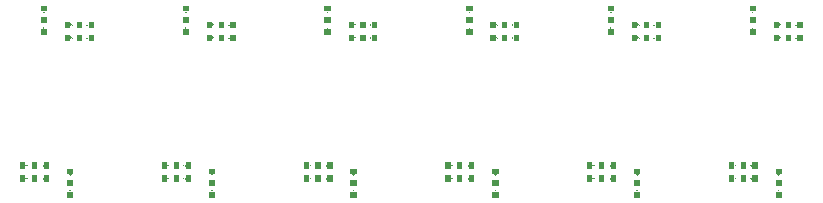
<source format=gbp>
G04 #@! TF.GenerationSoftware,KiCad,Pcbnew,5.0.2-bee76a0~70~ubuntu18.04.1*
G04 #@! TF.CreationDate,2020-03-12T15:24:38+01:00*
G04 #@! TF.ProjectId,output.A1335_long_I2C_panel,6f757470-7574-42e4-9131-3333355f6c6f,rev?*
G04 #@! TF.SameCoordinates,Original*
G04 #@! TF.FileFunction,Paste,Bot*
G04 #@! TF.FilePolarity,Positive*
%FSLAX46Y46*%
G04 Gerber Fmt 4.6, Leading zero omitted, Abs format (unit mm)*
G04 Created by KiCad (PCBNEW 5.0.2-bee76a0~70~ubuntu18.04.1) date Thu 12 Mar 2020 03:24:38 PM CET*
%MOMM*%
%LPD*%
G01*
G04 APERTURE LIST*
%ADD10C,0.447600*%
%ADD11C,0.100000*%
G04 APERTURE END LIST*
D10*
G04 #@! TO.C,SA0*
X164900000Y-86600000D03*
D11*
G36*
X165123800Y-86873800D02*
X164676200Y-86873800D01*
X164676200Y-86326200D01*
X165123800Y-86326200D01*
X165123800Y-86873800D01*
X165123800Y-86873800D01*
G37*
D10*
X163900000Y-86600000D03*
D11*
G36*
X164123800Y-86459297D02*
X164257039Y-86558785D01*
X164123800Y-86710712D01*
X164123800Y-86873800D01*
X163676200Y-86873800D01*
X163676200Y-86326200D01*
X164123800Y-86326200D01*
X164123800Y-86459297D01*
X164123800Y-86459297D01*
G37*
G36*
X164312237Y-86600000D02*
X164276200Y-86663064D01*
X164276200Y-86573092D01*
X164312237Y-86600000D01*
X164312237Y-86600000D01*
G37*
G36*
X164276200Y-86573092D02*
X164257039Y-86558785D01*
X164276200Y-86536936D01*
X164276200Y-86573092D01*
X164276200Y-86573092D01*
G37*
D10*
X165900000Y-86600000D03*
D11*
G36*
X166123800Y-86873800D02*
X165676200Y-86873800D01*
X165676200Y-86612777D01*
X165650526Y-86600000D01*
X165676200Y-86587223D01*
X165676200Y-86326200D01*
X166123800Y-86326200D01*
X166123800Y-86873800D01*
X166123800Y-86873800D01*
G37*
G36*
X165650526Y-86600000D02*
X165523800Y-86663064D01*
X165487763Y-86600000D01*
X165523800Y-86536936D01*
X165650526Y-86600000D01*
X165650526Y-86600000D01*
G37*
G04 #@! TD*
D10*
G04 #@! TO.C,SPI-I2C*
X137900000Y-85100000D03*
D11*
G36*
X138173800Y-84876200D02*
X138173800Y-85323800D01*
X137626200Y-85323800D01*
X137626200Y-84876200D01*
X138173800Y-84876200D01*
X138173800Y-84876200D01*
G37*
D10*
X137900000Y-86100000D03*
D11*
G36*
X137759297Y-85876200D02*
X137858785Y-85742961D01*
X138010712Y-85876200D01*
X138173800Y-85876200D01*
X138173800Y-86323800D01*
X137626200Y-86323800D01*
X137626200Y-85876200D01*
X137759297Y-85876200D01*
X137759297Y-85876200D01*
G37*
G36*
X137900000Y-85687763D02*
X137963064Y-85723800D01*
X137873092Y-85723800D01*
X137900000Y-85687763D01*
X137900000Y-85687763D01*
G37*
G36*
X137873092Y-85723800D02*
X137858785Y-85742961D01*
X137836936Y-85723800D01*
X137873092Y-85723800D01*
X137873092Y-85723800D01*
G37*
D10*
X137900000Y-84100000D03*
D11*
G36*
X138173800Y-83876200D02*
X138173800Y-84323800D01*
X137912777Y-84323800D01*
X137900000Y-84349474D01*
X137887223Y-84323800D01*
X137626200Y-84323800D01*
X137626200Y-83876200D01*
X138173800Y-83876200D01*
X138173800Y-83876200D01*
G37*
G36*
X137900000Y-84349474D02*
X137963064Y-84476200D01*
X137900000Y-84512237D01*
X137836936Y-84476200D01*
X137900000Y-84349474D01*
X137900000Y-84349474D01*
G37*
G04 #@! TD*
D10*
G04 #@! TO.C,SPI-I2C*
X149900000Y-85100000D03*
D11*
G36*
X150173800Y-84876200D02*
X150173800Y-85323800D01*
X149626200Y-85323800D01*
X149626200Y-84876200D01*
X150173800Y-84876200D01*
X150173800Y-84876200D01*
G37*
D10*
X149900000Y-86100000D03*
D11*
G36*
X149759297Y-85876200D02*
X149858785Y-85742961D01*
X150010712Y-85876200D01*
X150173800Y-85876200D01*
X150173800Y-86323800D01*
X149626200Y-86323800D01*
X149626200Y-85876200D01*
X149759297Y-85876200D01*
X149759297Y-85876200D01*
G37*
G36*
X149900000Y-85687763D02*
X149963064Y-85723800D01*
X149873092Y-85723800D01*
X149900000Y-85687763D01*
X149900000Y-85687763D01*
G37*
G36*
X149873092Y-85723800D02*
X149858785Y-85742961D01*
X149836936Y-85723800D01*
X149873092Y-85723800D01*
X149873092Y-85723800D01*
G37*
D10*
X149900000Y-84100000D03*
D11*
G36*
X150173800Y-83876200D02*
X150173800Y-84323800D01*
X149912777Y-84323800D01*
X149900000Y-84349474D01*
X149887223Y-84323800D01*
X149626200Y-84323800D01*
X149626200Y-83876200D01*
X150173800Y-83876200D01*
X150173800Y-83876200D01*
G37*
G36*
X149900000Y-84349474D02*
X149963064Y-84476200D01*
X149900000Y-84512237D01*
X149836936Y-84476200D01*
X149900000Y-84349474D01*
X149900000Y-84349474D01*
G37*
G04 #@! TD*
D10*
G04 #@! TO.C,SPI-I2C*
X161900000Y-85100000D03*
D11*
G36*
X162173800Y-84876200D02*
X162173800Y-85323800D01*
X161626200Y-85323800D01*
X161626200Y-84876200D01*
X162173800Y-84876200D01*
X162173800Y-84876200D01*
G37*
D10*
X161900000Y-86100000D03*
D11*
G36*
X161759297Y-85876200D02*
X161858785Y-85742961D01*
X162010712Y-85876200D01*
X162173800Y-85876200D01*
X162173800Y-86323800D01*
X161626200Y-86323800D01*
X161626200Y-85876200D01*
X161759297Y-85876200D01*
X161759297Y-85876200D01*
G37*
G36*
X161900000Y-85687763D02*
X161963064Y-85723800D01*
X161873092Y-85723800D01*
X161900000Y-85687763D01*
X161900000Y-85687763D01*
G37*
G36*
X161873092Y-85723800D02*
X161858785Y-85742961D01*
X161836936Y-85723800D01*
X161873092Y-85723800D01*
X161873092Y-85723800D01*
G37*
D10*
X161900000Y-84100000D03*
D11*
G36*
X162173800Y-83876200D02*
X162173800Y-84323800D01*
X161912777Y-84323800D01*
X161900000Y-84349474D01*
X161887223Y-84323800D01*
X161626200Y-84323800D01*
X161626200Y-83876200D01*
X162173800Y-83876200D01*
X162173800Y-83876200D01*
G37*
G36*
X161900000Y-84349474D02*
X161963064Y-84476200D01*
X161900000Y-84512237D01*
X161836936Y-84476200D01*
X161900000Y-84349474D01*
X161900000Y-84349474D01*
G37*
G04 #@! TD*
D10*
G04 #@! TO.C,SPI-I2C*
X113900000Y-85100000D03*
D11*
G36*
X114173800Y-84876200D02*
X114173800Y-85323800D01*
X113626200Y-85323800D01*
X113626200Y-84876200D01*
X114173800Y-84876200D01*
X114173800Y-84876200D01*
G37*
D10*
X113900000Y-86100000D03*
D11*
G36*
X113759297Y-85876200D02*
X113858785Y-85742961D01*
X114010712Y-85876200D01*
X114173800Y-85876200D01*
X114173800Y-86323800D01*
X113626200Y-86323800D01*
X113626200Y-85876200D01*
X113759297Y-85876200D01*
X113759297Y-85876200D01*
G37*
G36*
X113900000Y-85687763D02*
X113963064Y-85723800D01*
X113873092Y-85723800D01*
X113900000Y-85687763D01*
X113900000Y-85687763D01*
G37*
G36*
X113873092Y-85723800D02*
X113858785Y-85742961D01*
X113836936Y-85723800D01*
X113873092Y-85723800D01*
X113873092Y-85723800D01*
G37*
D10*
X113900000Y-84100000D03*
D11*
G36*
X114173800Y-83876200D02*
X114173800Y-84323800D01*
X113912777Y-84323800D01*
X113900000Y-84349474D01*
X113887223Y-84323800D01*
X113626200Y-84323800D01*
X113626200Y-83876200D01*
X114173800Y-83876200D01*
X114173800Y-83876200D01*
G37*
G36*
X113900000Y-84349474D02*
X113963064Y-84476200D01*
X113900000Y-84512237D01*
X113836936Y-84476200D01*
X113900000Y-84349474D01*
X113900000Y-84349474D01*
G37*
G04 #@! TD*
D10*
G04 #@! TO.C,SPI-I2C*
X125900000Y-85100000D03*
D11*
G36*
X126173800Y-84876200D02*
X126173800Y-85323800D01*
X125626200Y-85323800D01*
X125626200Y-84876200D01*
X126173800Y-84876200D01*
X126173800Y-84876200D01*
G37*
D10*
X125900000Y-86100000D03*
D11*
G36*
X125759297Y-85876200D02*
X125858785Y-85742961D01*
X126010712Y-85876200D01*
X126173800Y-85876200D01*
X126173800Y-86323800D01*
X125626200Y-86323800D01*
X125626200Y-85876200D01*
X125759297Y-85876200D01*
X125759297Y-85876200D01*
G37*
G36*
X125900000Y-85687763D02*
X125963064Y-85723800D01*
X125873092Y-85723800D01*
X125900000Y-85687763D01*
X125900000Y-85687763D01*
G37*
G36*
X125873092Y-85723800D02*
X125858785Y-85742961D01*
X125836936Y-85723800D01*
X125873092Y-85723800D01*
X125873092Y-85723800D01*
G37*
D10*
X125900000Y-84100000D03*
D11*
G36*
X126173800Y-83876200D02*
X126173800Y-84323800D01*
X125912777Y-84323800D01*
X125900000Y-84349474D01*
X125887223Y-84323800D01*
X125626200Y-84323800D01*
X125626200Y-83876200D01*
X126173800Y-83876200D01*
X126173800Y-83876200D01*
G37*
G36*
X125900000Y-84349474D02*
X125963064Y-84476200D01*
X125900000Y-84512237D01*
X125836936Y-84476200D01*
X125900000Y-84349474D01*
X125900000Y-84349474D01*
G37*
G04 #@! TD*
D10*
G04 #@! TO.C,SA1*
X128900000Y-85500000D03*
D11*
G36*
X129123800Y-85773800D02*
X128676200Y-85773800D01*
X128676200Y-85226200D01*
X129123800Y-85226200D01*
X129123800Y-85773800D01*
X129123800Y-85773800D01*
G37*
D10*
X127900000Y-85500000D03*
D11*
G36*
X128123800Y-85359297D02*
X128257039Y-85458785D01*
X128123800Y-85610712D01*
X128123800Y-85773800D01*
X127676200Y-85773800D01*
X127676200Y-85226200D01*
X128123800Y-85226200D01*
X128123800Y-85359297D01*
X128123800Y-85359297D01*
G37*
G36*
X128312237Y-85500000D02*
X128276200Y-85563064D01*
X128276200Y-85473092D01*
X128312237Y-85500000D01*
X128312237Y-85500000D01*
G37*
G36*
X128276200Y-85473092D02*
X128257039Y-85458785D01*
X128276200Y-85436936D01*
X128276200Y-85473092D01*
X128276200Y-85473092D01*
G37*
D10*
X129900000Y-85500000D03*
D11*
G36*
X130123800Y-85773800D02*
X129676200Y-85773800D01*
X129676200Y-85512777D01*
X129650526Y-85500000D01*
X129676200Y-85487223D01*
X129676200Y-85226200D01*
X130123800Y-85226200D01*
X130123800Y-85773800D01*
X130123800Y-85773800D01*
G37*
G36*
X129650526Y-85500000D02*
X129523800Y-85563064D01*
X129487763Y-85500000D01*
X129523800Y-85436936D01*
X129650526Y-85500000D01*
X129650526Y-85500000D01*
G37*
G04 #@! TD*
D10*
G04 #@! TO.C,SA1*
X140900000Y-85500000D03*
D11*
G36*
X141123800Y-85773800D02*
X140676200Y-85773800D01*
X140676200Y-85226200D01*
X141123800Y-85226200D01*
X141123800Y-85773800D01*
X141123800Y-85773800D01*
G37*
D10*
X139900000Y-85500000D03*
D11*
G36*
X140123800Y-85359297D02*
X140257039Y-85458785D01*
X140123800Y-85610712D01*
X140123800Y-85773800D01*
X139676200Y-85773800D01*
X139676200Y-85226200D01*
X140123800Y-85226200D01*
X140123800Y-85359297D01*
X140123800Y-85359297D01*
G37*
G36*
X140312237Y-85500000D02*
X140276200Y-85563064D01*
X140276200Y-85473092D01*
X140312237Y-85500000D01*
X140312237Y-85500000D01*
G37*
G36*
X140276200Y-85473092D02*
X140257039Y-85458785D01*
X140276200Y-85436936D01*
X140276200Y-85473092D01*
X140276200Y-85473092D01*
G37*
D10*
X141900000Y-85500000D03*
D11*
G36*
X142123800Y-85773800D02*
X141676200Y-85773800D01*
X141676200Y-85512777D01*
X141650526Y-85500000D01*
X141676200Y-85487223D01*
X141676200Y-85226200D01*
X142123800Y-85226200D01*
X142123800Y-85773800D01*
X142123800Y-85773800D01*
G37*
G36*
X141650526Y-85500000D02*
X141523800Y-85563064D01*
X141487763Y-85500000D01*
X141523800Y-85436936D01*
X141650526Y-85500000D01*
X141650526Y-85500000D01*
G37*
G04 #@! TD*
D10*
G04 #@! TO.C,SA1*
X164900000Y-85500000D03*
D11*
G36*
X165123800Y-85773800D02*
X164676200Y-85773800D01*
X164676200Y-85226200D01*
X165123800Y-85226200D01*
X165123800Y-85773800D01*
X165123800Y-85773800D01*
G37*
D10*
X163900000Y-85500000D03*
D11*
G36*
X164123800Y-85359297D02*
X164257039Y-85458785D01*
X164123800Y-85610712D01*
X164123800Y-85773800D01*
X163676200Y-85773800D01*
X163676200Y-85226200D01*
X164123800Y-85226200D01*
X164123800Y-85359297D01*
X164123800Y-85359297D01*
G37*
G36*
X164312237Y-85500000D02*
X164276200Y-85563064D01*
X164276200Y-85473092D01*
X164312237Y-85500000D01*
X164312237Y-85500000D01*
G37*
G36*
X164276200Y-85473092D02*
X164257039Y-85458785D01*
X164276200Y-85436936D01*
X164276200Y-85473092D01*
X164276200Y-85473092D01*
G37*
D10*
X165900000Y-85500000D03*
D11*
G36*
X166123800Y-85773800D02*
X165676200Y-85773800D01*
X165676200Y-85512777D01*
X165650526Y-85500000D01*
X165676200Y-85487223D01*
X165676200Y-85226200D01*
X166123800Y-85226200D01*
X166123800Y-85773800D01*
X166123800Y-85773800D01*
G37*
G36*
X165650526Y-85500000D02*
X165523800Y-85563064D01*
X165487763Y-85500000D01*
X165523800Y-85436936D01*
X165650526Y-85500000D01*
X165650526Y-85500000D01*
G37*
G04 #@! TD*
D10*
G04 #@! TO.C,SA1*
X152900000Y-85500000D03*
D11*
G36*
X153123800Y-85773800D02*
X152676200Y-85773800D01*
X152676200Y-85226200D01*
X153123800Y-85226200D01*
X153123800Y-85773800D01*
X153123800Y-85773800D01*
G37*
D10*
X151900000Y-85500000D03*
D11*
G36*
X152123800Y-85359297D02*
X152257039Y-85458785D01*
X152123800Y-85610712D01*
X152123800Y-85773800D01*
X151676200Y-85773800D01*
X151676200Y-85226200D01*
X152123800Y-85226200D01*
X152123800Y-85359297D01*
X152123800Y-85359297D01*
G37*
G36*
X152312237Y-85500000D02*
X152276200Y-85563064D01*
X152276200Y-85473092D01*
X152312237Y-85500000D01*
X152312237Y-85500000D01*
G37*
G36*
X152276200Y-85473092D02*
X152257039Y-85458785D01*
X152276200Y-85436936D01*
X152276200Y-85473092D01*
X152276200Y-85473092D01*
G37*
D10*
X153900000Y-85500000D03*
D11*
G36*
X154123800Y-85773800D02*
X153676200Y-85773800D01*
X153676200Y-85512777D01*
X153650526Y-85500000D01*
X153676200Y-85487223D01*
X153676200Y-85226200D01*
X154123800Y-85226200D01*
X154123800Y-85773800D01*
X154123800Y-85773800D01*
G37*
G36*
X153650526Y-85500000D02*
X153523800Y-85563064D01*
X153487763Y-85500000D01*
X153523800Y-85436936D01*
X153650526Y-85500000D01*
X153650526Y-85500000D01*
G37*
G04 #@! TD*
D10*
G04 #@! TO.C,SA0*
X140900000Y-86600000D03*
D11*
G36*
X141123800Y-86873800D02*
X140676200Y-86873800D01*
X140676200Y-86326200D01*
X141123800Y-86326200D01*
X141123800Y-86873800D01*
X141123800Y-86873800D01*
G37*
D10*
X139900000Y-86600000D03*
D11*
G36*
X140123800Y-86459297D02*
X140257039Y-86558785D01*
X140123800Y-86710712D01*
X140123800Y-86873800D01*
X139676200Y-86873800D01*
X139676200Y-86326200D01*
X140123800Y-86326200D01*
X140123800Y-86459297D01*
X140123800Y-86459297D01*
G37*
G36*
X140312237Y-86600000D02*
X140276200Y-86663064D01*
X140276200Y-86573092D01*
X140312237Y-86600000D01*
X140312237Y-86600000D01*
G37*
G36*
X140276200Y-86573092D02*
X140257039Y-86558785D01*
X140276200Y-86536936D01*
X140276200Y-86573092D01*
X140276200Y-86573092D01*
G37*
D10*
X141900000Y-86600000D03*
D11*
G36*
X142123800Y-86873800D02*
X141676200Y-86873800D01*
X141676200Y-86612777D01*
X141650526Y-86600000D01*
X141676200Y-86587223D01*
X141676200Y-86326200D01*
X142123800Y-86326200D01*
X142123800Y-86873800D01*
X142123800Y-86873800D01*
G37*
G36*
X141650526Y-86600000D02*
X141523800Y-86663064D01*
X141487763Y-86600000D01*
X141523800Y-86536936D01*
X141650526Y-86600000D01*
X141650526Y-86600000D01*
G37*
G04 #@! TD*
D10*
G04 #@! TO.C,SPI-I2C*
X173900000Y-84100000D03*
D11*
G36*
X174173800Y-83876200D02*
X174173800Y-84323800D01*
X173912777Y-84323800D01*
X173900000Y-84349474D01*
X173887223Y-84323800D01*
X173626200Y-84323800D01*
X173626200Y-83876200D01*
X174173800Y-83876200D01*
X174173800Y-83876200D01*
G37*
G36*
X173900000Y-84349474D02*
X173963064Y-84476200D01*
X173900000Y-84512237D01*
X173836936Y-84476200D01*
X173900000Y-84349474D01*
X173900000Y-84349474D01*
G37*
D10*
X173900000Y-86100000D03*
D11*
G36*
X173759297Y-85876200D02*
X173858785Y-85742961D01*
X174010712Y-85876200D01*
X174173800Y-85876200D01*
X174173800Y-86323800D01*
X173626200Y-86323800D01*
X173626200Y-85876200D01*
X173759297Y-85876200D01*
X173759297Y-85876200D01*
G37*
G36*
X173900000Y-85687763D02*
X173963064Y-85723800D01*
X173873092Y-85723800D01*
X173900000Y-85687763D01*
X173900000Y-85687763D01*
G37*
G36*
X173873092Y-85723800D02*
X173858785Y-85742961D01*
X173836936Y-85723800D01*
X173873092Y-85723800D01*
X173873092Y-85723800D01*
G37*
D10*
X173900000Y-85100000D03*
D11*
G36*
X174173800Y-84876200D02*
X174173800Y-85323800D01*
X173626200Y-85323800D01*
X173626200Y-84876200D01*
X174173800Y-84876200D01*
X174173800Y-84876200D01*
G37*
G04 #@! TD*
D10*
G04 #@! TO.C,SA0*
X152900000Y-86600000D03*
D11*
G36*
X153123800Y-86873800D02*
X152676200Y-86873800D01*
X152676200Y-86326200D01*
X153123800Y-86326200D01*
X153123800Y-86873800D01*
X153123800Y-86873800D01*
G37*
D10*
X151900000Y-86600000D03*
D11*
G36*
X152123800Y-86459297D02*
X152257039Y-86558785D01*
X152123800Y-86710712D01*
X152123800Y-86873800D01*
X151676200Y-86873800D01*
X151676200Y-86326200D01*
X152123800Y-86326200D01*
X152123800Y-86459297D01*
X152123800Y-86459297D01*
G37*
G36*
X152312237Y-86600000D02*
X152276200Y-86663064D01*
X152276200Y-86573092D01*
X152312237Y-86600000D01*
X152312237Y-86600000D01*
G37*
G36*
X152276200Y-86573092D02*
X152257039Y-86558785D01*
X152276200Y-86536936D01*
X152276200Y-86573092D01*
X152276200Y-86573092D01*
G37*
D10*
X153900000Y-86600000D03*
D11*
G36*
X154123800Y-86873800D02*
X153676200Y-86873800D01*
X153676200Y-86612777D01*
X153650526Y-86600000D01*
X153676200Y-86587223D01*
X153676200Y-86326200D01*
X154123800Y-86326200D01*
X154123800Y-86873800D01*
X154123800Y-86873800D01*
G37*
G36*
X153650526Y-86600000D02*
X153523800Y-86663064D01*
X153487763Y-86600000D01*
X153523800Y-86536936D01*
X153650526Y-86600000D01*
X153650526Y-86600000D01*
G37*
G04 #@! TD*
D10*
G04 #@! TO.C,SA1*
X116900000Y-85500000D03*
D11*
G36*
X117123800Y-85773800D02*
X116676200Y-85773800D01*
X116676200Y-85226200D01*
X117123800Y-85226200D01*
X117123800Y-85773800D01*
X117123800Y-85773800D01*
G37*
D10*
X115900000Y-85500000D03*
D11*
G36*
X116123800Y-85359297D02*
X116257039Y-85458785D01*
X116123800Y-85610712D01*
X116123800Y-85773800D01*
X115676200Y-85773800D01*
X115676200Y-85226200D01*
X116123800Y-85226200D01*
X116123800Y-85359297D01*
X116123800Y-85359297D01*
G37*
G36*
X116312237Y-85500000D02*
X116276200Y-85563064D01*
X116276200Y-85473092D01*
X116312237Y-85500000D01*
X116312237Y-85500000D01*
G37*
G36*
X116276200Y-85473092D02*
X116257039Y-85458785D01*
X116276200Y-85436936D01*
X116276200Y-85473092D01*
X116276200Y-85473092D01*
G37*
D10*
X117900000Y-85500000D03*
D11*
G36*
X118123800Y-85773800D02*
X117676200Y-85773800D01*
X117676200Y-85512777D01*
X117650526Y-85500000D01*
X117676200Y-85487223D01*
X117676200Y-85226200D01*
X118123800Y-85226200D01*
X118123800Y-85773800D01*
X118123800Y-85773800D01*
G37*
G36*
X117650526Y-85500000D02*
X117523800Y-85563064D01*
X117487763Y-85500000D01*
X117523800Y-85436936D01*
X117650526Y-85500000D01*
X117650526Y-85500000D01*
G37*
G04 #@! TD*
D10*
G04 #@! TO.C,SA0*
X177900000Y-86600000D03*
D11*
G36*
X178123800Y-86873800D02*
X177676200Y-86873800D01*
X177676200Y-86612777D01*
X177650526Y-86600000D01*
X177676200Y-86587223D01*
X177676200Y-86326200D01*
X178123800Y-86326200D01*
X178123800Y-86873800D01*
X178123800Y-86873800D01*
G37*
G36*
X177650526Y-86600000D02*
X177523800Y-86663064D01*
X177487763Y-86600000D01*
X177523800Y-86536936D01*
X177650526Y-86600000D01*
X177650526Y-86600000D01*
G37*
D10*
X175900000Y-86600000D03*
D11*
G36*
X176123800Y-86459297D02*
X176257039Y-86558785D01*
X176123800Y-86710712D01*
X176123800Y-86873800D01*
X175676200Y-86873800D01*
X175676200Y-86326200D01*
X176123800Y-86326200D01*
X176123800Y-86459297D01*
X176123800Y-86459297D01*
G37*
G36*
X176312237Y-86600000D02*
X176276200Y-86663064D01*
X176276200Y-86573092D01*
X176312237Y-86600000D01*
X176312237Y-86600000D01*
G37*
G36*
X176276200Y-86573092D02*
X176257039Y-86558785D01*
X176276200Y-86536936D01*
X176276200Y-86573092D01*
X176276200Y-86573092D01*
G37*
D10*
X176900000Y-86600000D03*
D11*
G36*
X177123800Y-86873800D02*
X176676200Y-86873800D01*
X176676200Y-86326200D01*
X177123800Y-86326200D01*
X177123800Y-86873800D01*
X177123800Y-86873800D01*
G37*
G04 #@! TD*
D10*
G04 #@! TO.C,SA1*
X177900000Y-85500000D03*
D11*
G36*
X178123800Y-85773800D02*
X177676200Y-85773800D01*
X177676200Y-85512777D01*
X177650526Y-85500000D01*
X177676200Y-85487223D01*
X177676200Y-85226200D01*
X178123800Y-85226200D01*
X178123800Y-85773800D01*
X178123800Y-85773800D01*
G37*
G36*
X177650526Y-85500000D02*
X177523800Y-85563064D01*
X177487763Y-85500000D01*
X177523800Y-85436936D01*
X177650526Y-85500000D01*
X177650526Y-85500000D01*
G37*
D10*
X175900000Y-85500000D03*
D11*
G36*
X176123800Y-85359297D02*
X176257039Y-85458785D01*
X176123800Y-85610712D01*
X176123800Y-85773800D01*
X175676200Y-85773800D01*
X175676200Y-85226200D01*
X176123800Y-85226200D01*
X176123800Y-85359297D01*
X176123800Y-85359297D01*
G37*
G36*
X176312237Y-85500000D02*
X176276200Y-85563064D01*
X176276200Y-85473092D01*
X176312237Y-85500000D01*
X176312237Y-85500000D01*
G37*
G36*
X176276200Y-85473092D02*
X176257039Y-85458785D01*
X176276200Y-85436936D01*
X176276200Y-85473092D01*
X176276200Y-85473092D01*
G37*
D10*
X176900000Y-85500000D03*
D11*
G36*
X177123800Y-85773800D02*
X176676200Y-85773800D01*
X176676200Y-85226200D01*
X177123800Y-85226200D01*
X177123800Y-85773800D01*
X177123800Y-85773800D01*
G37*
G04 #@! TD*
D10*
G04 #@! TO.C,SA0*
X116900000Y-86600000D03*
D11*
G36*
X117123800Y-86873800D02*
X116676200Y-86873800D01*
X116676200Y-86326200D01*
X117123800Y-86326200D01*
X117123800Y-86873800D01*
X117123800Y-86873800D01*
G37*
D10*
X115900000Y-86600000D03*
D11*
G36*
X116123800Y-86459297D02*
X116257039Y-86558785D01*
X116123800Y-86710712D01*
X116123800Y-86873800D01*
X115676200Y-86873800D01*
X115676200Y-86326200D01*
X116123800Y-86326200D01*
X116123800Y-86459297D01*
X116123800Y-86459297D01*
G37*
G36*
X116312237Y-86600000D02*
X116276200Y-86663064D01*
X116276200Y-86573092D01*
X116312237Y-86600000D01*
X116312237Y-86600000D01*
G37*
G36*
X116276200Y-86573092D02*
X116257039Y-86558785D01*
X116276200Y-86536936D01*
X116276200Y-86573092D01*
X116276200Y-86573092D01*
G37*
D10*
X117900000Y-86600000D03*
D11*
G36*
X118123800Y-86873800D02*
X117676200Y-86873800D01*
X117676200Y-86612777D01*
X117650526Y-86600000D01*
X117676200Y-86587223D01*
X117676200Y-86326200D01*
X118123800Y-86326200D01*
X118123800Y-86873800D01*
X118123800Y-86873800D01*
G37*
G36*
X117650526Y-86600000D02*
X117523800Y-86663064D01*
X117487763Y-86600000D01*
X117523800Y-86536936D01*
X117650526Y-86600000D01*
X117650526Y-86600000D01*
G37*
G04 #@! TD*
D10*
G04 #@! TO.C,SA0*
X128900000Y-86600000D03*
D11*
G36*
X129123800Y-86873800D02*
X128676200Y-86873800D01*
X128676200Y-86326200D01*
X129123800Y-86326200D01*
X129123800Y-86873800D01*
X129123800Y-86873800D01*
G37*
D10*
X127900000Y-86600000D03*
D11*
G36*
X128123800Y-86459297D02*
X128257039Y-86558785D01*
X128123800Y-86710712D01*
X128123800Y-86873800D01*
X127676200Y-86873800D01*
X127676200Y-86326200D01*
X128123800Y-86326200D01*
X128123800Y-86459297D01*
X128123800Y-86459297D01*
G37*
G36*
X128312237Y-86600000D02*
X128276200Y-86663064D01*
X128276200Y-86573092D01*
X128312237Y-86600000D01*
X128312237Y-86600000D01*
G37*
G36*
X128276200Y-86573092D02*
X128257039Y-86558785D01*
X128276200Y-86536936D01*
X128276200Y-86573092D01*
X128276200Y-86573092D01*
G37*
D10*
X129900000Y-86600000D03*
D11*
G36*
X130123800Y-86873800D02*
X129676200Y-86873800D01*
X129676200Y-86612777D01*
X129650526Y-86600000D01*
X129676200Y-86587223D01*
X129676200Y-86326200D01*
X130123800Y-86326200D01*
X130123800Y-86873800D01*
X130123800Y-86873800D01*
G37*
G36*
X129650526Y-86600000D02*
X129523800Y-86663064D01*
X129487763Y-86600000D01*
X129523800Y-86536936D01*
X129650526Y-86600000D01*
X129650526Y-86600000D01*
G37*
G04 #@! TD*
D10*
G04 #@! TO.C,SPI-I2C*
X176100000Y-99900000D03*
D11*
G36*
X175826200Y-100123800D02*
X175826200Y-99676200D01*
X176087223Y-99676200D01*
X176100000Y-99650526D01*
X176112777Y-99676200D01*
X176373800Y-99676200D01*
X176373800Y-100123800D01*
X175826200Y-100123800D01*
X175826200Y-100123800D01*
G37*
G36*
X176100000Y-99650526D02*
X176036936Y-99523800D01*
X176100000Y-99487763D01*
X176163064Y-99523800D01*
X176100000Y-99650526D01*
X176100000Y-99650526D01*
G37*
D10*
X176100000Y-97900000D03*
D11*
G36*
X176240703Y-98123800D02*
X176141215Y-98257039D01*
X175989288Y-98123800D01*
X175826200Y-98123800D01*
X175826200Y-97676200D01*
X176373800Y-97676200D01*
X176373800Y-98123800D01*
X176240703Y-98123800D01*
X176240703Y-98123800D01*
G37*
G36*
X176100000Y-98312237D02*
X176036936Y-98276200D01*
X176126908Y-98276200D01*
X176100000Y-98312237D01*
X176100000Y-98312237D01*
G37*
G36*
X176126908Y-98276200D02*
X176141215Y-98257039D01*
X176163064Y-98276200D01*
X176126908Y-98276200D01*
X176126908Y-98276200D01*
G37*
D10*
X176100000Y-98900000D03*
D11*
G36*
X175826200Y-99123800D02*
X175826200Y-98676200D01*
X176373800Y-98676200D01*
X176373800Y-99123800D01*
X175826200Y-99123800D01*
X175826200Y-99123800D01*
G37*
G04 #@! TD*
D10*
G04 #@! TO.C,SPI-I2C*
X164100000Y-99900000D03*
D11*
G36*
X163826200Y-100123800D02*
X163826200Y-99676200D01*
X164087223Y-99676200D01*
X164100000Y-99650526D01*
X164112777Y-99676200D01*
X164373800Y-99676200D01*
X164373800Y-100123800D01*
X163826200Y-100123800D01*
X163826200Y-100123800D01*
G37*
G36*
X164100000Y-99650526D02*
X164036936Y-99523800D01*
X164100000Y-99487763D01*
X164163064Y-99523800D01*
X164100000Y-99650526D01*
X164100000Y-99650526D01*
G37*
D10*
X164100000Y-97900000D03*
D11*
G36*
X164240703Y-98123800D02*
X164141215Y-98257039D01*
X163989288Y-98123800D01*
X163826200Y-98123800D01*
X163826200Y-97676200D01*
X164373800Y-97676200D01*
X164373800Y-98123800D01*
X164240703Y-98123800D01*
X164240703Y-98123800D01*
G37*
G36*
X164100000Y-98312237D02*
X164036936Y-98276200D01*
X164126908Y-98276200D01*
X164100000Y-98312237D01*
X164100000Y-98312237D01*
G37*
G36*
X164126908Y-98276200D02*
X164141215Y-98257039D01*
X164163064Y-98276200D01*
X164126908Y-98276200D01*
X164126908Y-98276200D01*
G37*
D10*
X164100000Y-98900000D03*
D11*
G36*
X163826200Y-99123800D02*
X163826200Y-98676200D01*
X164373800Y-98676200D01*
X164373800Y-99123800D01*
X163826200Y-99123800D01*
X163826200Y-99123800D01*
G37*
G04 #@! TD*
D10*
G04 #@! TO.C,SPI-I2C*
X152100000Y-99900000D03*
D11*
G36*
X151826200Y-100123800D02*
X151826200Y-99676200D01*
X152087223Y-99676200D01*
X152100000Y-99650526D01*
X152112777Y-99676200D01*
X152373800Y-99676200D01*
X152373800Y-100123800D01*
X151826200Y-100123800D01*
X151826200Y-100123800D01*
G37*
G36*
X152100000Y-99650526D02*
X152036936Y-99523800D01*
X152100000Y-99487763D01*
X152163064Y-99523800D01*
X152100000Y-99650526D01*
X152100000Y-99650526D01*
G37*
D10*
X152100000Y-97900000D03*
D11*
G36*
X152240703Y-98123800D02*
X152141215Y-98257039D01*
X151989288Y-98123800D01*
X151826200Y-98123800D01*
X151826200Y-97676200D01*
X152373800Y-97676200D01*
X152373800Y-98123800D01*
X152240703Y-98123800D01*
X152240703Y-98123800D01*
G37*
G36*
X152100000Y-98312237D02*
X152036936Y-98276200D01*
X152126908Y-98276200D01*
X152100000Y-98312237D01*
X152100000Y-98312237D01*
G37*
G36*
X152126908Y-98276200D02*
X152141215Y-98257039D01*
X152163064Y-98276200D01*
X152126908Y-98276200D01*
X152126908Y-98276200D01*
G37*
D10*
X152100000Y-98900000D03*
D11*
G36*
X151826200Y-99123800D02*
X151826200Y-98676200D01*
X152373800Y-98676200D01*
X152373800Y-99123800D01*
X151826200Y-99123800D01*
X151826200Y-99123800D01*
G37*
G04 #@! TD*
D10*
G04 #@! TO.C,SPI-I2C*
X140100000Y-99900000D03*
D11*
G36*
X139826200Y-100123800D02*
X139826200Y-99676200D01*
X140087223Y-99676200D01*
X140100000Y-99650526D01*
X140112777Y-99676200D01*
X140373800Y-99676200D01*
X140373800Y-100123800D01*
X139826200Y-100123800D01*
X139826200Y-100123800D01*
G37*
G36*
X140100000Y-99650526D02*
X140036936Y-99523800D01*
X140100000Y-99487763D01*
X140163064Y-99523800D01*
X140100000Y-99650526D01*
X140100000Y-99650526D01*
G37*
D10*
X140100000Y-97900000D03*
D11*
G36*
X140240703Y-98123800D02*
X140141215Y-98257039D01*
X139989288Y-98123800D01*
X139826200Y-98123800D01*
X139826200Y-97676200D01*
X140373800Y-97676200D01*
X140373800Y-98123800D01*
X140240703Y-98123800D01*
X140240703Y-98123800D01*
G37*
G36*
X140100000Y-98312237D02*
X140036936Y-98276200D01*
X140126908Y-98276200D01*
X140100000Y-98312237D01*
X140100000Y-98312237D01*
G37*
G36*
X140126908Y-98276200D02*
X140141215Y-98257039D01*
X140163064Y-98276200D01*
X140126908Y-98276200D01*
X140126908Y-98276200D01*
G37*
D10*
X140100000Y-98900000D03*
D11*
G36*
X139826200Y-99123800D02*
X139826200Y-98676200D01*
X140373800Y-98676200D01*
X140373800Y-99123800D01*
X139826200Y-99123800D01*
X139826200Y-99123800D01*
G37*
G04 #@! TD*
D10*
G04 #@! TO.C,SPI-I2C*
X128100000Y-99900000D03*
D11*
G36*
X127826200Y-100123800D02*
X127826200Y-99676200D01*
X128087223Y-99676200D01*
X128100000Y-99650526D01*
X128112777Y-99676200D01*
X128373800Y-99676200D01*
X128373800Y-100123800D01*
X127826200Y-100123800D01*
X127826200Y-100123800D01*
G37*
G36*
X128100000Y-99650526D02*
X128036936Y-99523800D01*
X128100000Y-99487763D01*
X128163064Y-99523800D01*
X128100000Y-99650526D01*
X128100000Y-99650526D01*
G37*
D10*
X128100000Y-97900000D03*
D11*
G36*
X128240703Y-98123800D02*
X128141215Y-98257039D01*
X127989288Y-98123800D01*
X127826200Y-98123800D01*
X127826200Y-97676200D01*
X128373800Y-97676200D01*
X128373800Y-98123800D01*
X128240703Y-98123800D01*
X128240703Y-98123800D01*
G37*
G36*
X128100000Y-98312237D02*
X128036936Y-98276200D01*
X128126908Y-98276200D01*
X128100000Y-98312237D01*
X128100000Y-98312237D01*
G37*
G36*
X128126908Y-98276200D02*
X128141215Y-98257039D01*
X128163064Y-98276200D01*
X128126908Y-98276200D01*
X128126908Y-98276200D01*
G37*
D10*
X128100000Y-98900000D03*
D11*
G36*
X127826200Y-99123800D02*
X127826200Y-98676200D01*
X128373800Y-98676200D01*
X128373800Y-99123800D01*
X127826200Y-99123800D01*
X127826200Y-99123800D01*
G37*
G04 #@! TD*
D10*
G04 #@! TO.C,SA0*
X172100000Y-97400000D03*
D11*
G36*
X171876200Y-97126200D02*
X172323800Y-97126200D01*
X172323800Y-97387223D01*
X172349474Y-97400000D01*
X172323800Y-97412777D01*
X172323800Y-97673800D01*
X171876200Y-97673800D01*
X171876200Y-97126200D01*
X171876200Y-97126200D01*
G37*
G36*
X172349474Y-97400000D02*
X172476200Y-97336936D01*
X172512237Y-97400000D01*
X172476200Y-97463064D01*
X172349474Y-97400000D01*
X172349474Y-97400000D01*
G37*
D10*
X174100000Y-97400000D03*
D11*
G36*
X173876200Y-97540703D02*
X173742961Y-97441215D01*
X173876200Y-97289288D01*
X173876200Y-97126200D01*
X174323800Y-97126200D01*
X174323800Y-97673800D01*
X173876200Y-97673800D01*
X173876200Y-97540703D01*
X173876200Y-97540703D01*
G37*
G36*
X173687763Y-97400000D02*
X173723800Y-97336936D01*
X173723800Y-97426908D01*
X173687763Y-97400000D01*
X173687763Y-97400000D01*
G37*
G36*
X173723800Y-97426908D02*
X173742961Y-97441215D01*
X173723800Y-97463064D01*
X173723800Y-97426908D01*
X173723800Y-97426908D01*
G37*
D10*
X173100000Y-97400000D03*
D11*
G36*
X172876200Y-97126200D02*
X173323800Y-97126200D01*
X173323800Y-97673800D01*
X172876200Y-97673800D01*
X172876200Y-97126200D01*
X172876200Y-97126200D01*
G37*
G04 #@! TD*
D10*
G04 #@! TO.C,SA0*
X160100000Y-97400000D03*
D11*
G36*
X159876200Y-97126200D02*
X160323800Y-97126200D01*
X160323800Y-97387223D01*
X160349474Y-97400000D01*
X160323800Y-97412777D01*
X160323800Y-97673800D01*
X159876200Y-97673800D01*
X159876200Y-97126200D01*
X159876200Y-97126200D01*
G37*
G36*
X160349474Y-97400000D02*
X160476200Y-97336936D01*
X160512237Y-97400000D01*
X160476200Y-97463064D01*
X160349474Y-97400000D01*
X160349474Y-97400000D01*
G37*
D10*
X162100000Y-97400000D03*
D11*
G36*
X161876200Y-97540703D02*
X161742961Y-97441215D01*
X161876200Y-97289288D01*
X161876200Y-97126200D01*
X162323800Y-97126200D01*
X162323800Y-97673800D01*
X161876200Y-97673800D01*
X161876200Y-97540703D01*
X161876200Y-97540703D01*
G37*
G36*
X161687763Y-97400000D02*
X161723800Y-97336936D01*
X161723800Y-97426908D01*
X161687763Y-97400000D01*
X161687763Y-97400000D01*
G37*
G36*
X161723800Y-97426908D02*
X161742961Y-97441215D01*
X161723800Y-97463064D01*
X161723800Y-97426908D01*
X161723800Y-97426908D01*
G37*
D10*
X161100000Y-97400000D03*
D11*
G36*
X160876200Y-97126200D02*
X161323800Y-97126200D01*
X161323800Y-97673800D01*
X160876200Y-97673800D01*
X160876200Y-97126200D01*
X160876200Y-97126200D01*
G37*
G04 #@! TD*
D10*
G04 #@! TO.C,SA0*
X148100000Y-97400000D03*
D11*
G36*
X147876200Y-97126200D02*
X148323800Y-97126200D01*
X148323800Y-97387223D01*
X148349474Y-97400000D01*
X148323800Y-97412777D01*
X148323800Y-97673800D01*
X147876200Y-97673800D01*
X147876200Y-97126200D01*
X147876200Y-97126200D01*
G37*
G36*
X148349474Y-97400000D02*
X148476200Y-97336936D01*
X148512237Y-97400000D01*
X148476200Y-97463064D01*
X148349474Y-97400000D01*
X148349474Y-97400000D01*
G37*
D10*
X150100000Y-97400000D03*
D11*
G36*
X149876200Y-97540703D02*
X149742961Y-97441215D01*
X149876200Y-97289288D01*
X149876200Y-97126200D01*
X150323800Y-97126200D01*
X150323800Y-97673800D01*
X149876200Y-97673800D01*
X149876200Y-97540703D01*
X149876200Y-97540703D01*
G37*
G36*
X149687763Y-97400000D02*
X149723800Y-97336936D01*
X149723800Y-97426908D01*
X149687763Y-97400000D01*
X149687763Y-97400000D01*
G37*
G36*
X149723800Y-97426908D02*
X149742961Y-97441215D01*
X149723800Y-97463064D01*
X149723800Y-97426908D01*
X149723800Y-97426908D01*
G37*
D10*
X149100000Y-97400000D03*
D11*
G36*
X148876200Y-97126200D02*
X149323800Y-97126200D01*
X149323800Y-97673800D01*
X148876200Y-97673800D01*
X148876200Y-97126200D01*
X148876200Y-97126200D01*
G37*
G04 #@! TD*
D10*
G04 #@! TO.C,SA0*
X136100000Y-97400000D03*
D11*
G36*
X135876200Y-97126200D02*
X136323800Y-97126200D01*
X136323800Y-97387223D01*
X136349474Y-97400000D01*
X136323800Y-97412777D01*
X136323800Y-97673800D01*
X135876200Y-97673800D01*
X135876200Y-97126200D01*
X135876200Y-97126200D01*
G37*
G36*
X136349474Y-97400000D02*
X136476200Y-97336936D01*
X136512237Y-97400000D01*
X136476200Y-97463064D01*
X136349474Y-97400000D01*
X136349474Y-97400000D01*
G37*
D10*
X138100000Y-97400000D03*
D11*
G36*
X137876200Y-97540703D02*
X137742961Y-97441215D01*
X137876200Y-97289288D01*
X137876200Y-97126200D01*
X138323800Y-97126200D01*
X138323800Y-97673800D01*
X137876200Y-97673800D01*
X137876200Y-97540703D01*
X137876200Y-97540703D01*
G37*
G36*
X137687763Y-97400000D02*
X137723800Y-97336936D01*
X137723800Y-97426908D01*
X137687763Y-97400000D01*
X137687763Y-97400000D01*
G37*
G36*
X137723800Y-97426908D02*
X137742961Y-97441215D01*
X137723800Y-97463064D01*
X137723800Y-97426908D01*
X137723800Y-97426908D01*
G37*
D10*
X137100000Y-97400000D03*
D11*
G36*
X136876200Y-97126200D02*
X137323800Y-97126200D01*
X137323800Y-97673800D01*
X136876200Y-97673800D01*
X136876200Y-97126200D01*
X136876200Y-97126200D01*
G37*
G04 #@! TD*
D10*
G04 #@! TO.C,SA0*
X124100000Y-97400000D03*
D11*
G36*
X123876200Y-97126200D02*
X124323800Y-97126200D01*
X124323800Y-97387223D01*
X124349474Y-97400000D01*
X124323800Y-97412777D01*
X124323800Y-97673800D01*
X123876200Y-97673800D01*
X123876200Y-97126200D01*
X123876200Y-97126200D01*
G37*
G36*
X124349474Y-97400000D02*
X124476200Y-97336936D01*
X124512237Y-97400000D01*
X124476200Y-97463064D01*
X124349474Y-97400000D01*
X124349474Y-97400000D01*
G37*
D10*
X126100000Y-97400000D03*
D11*
G36*
X125876200Y-97540703D02*
X125742961Y-97441215D01*
X125876200Y-97289288D01*
X125876200Y-97126200D01*
X126323800Y-97126200D01*
X126323800Y-97673800D01*
X125876200Y-97673800D01*
X125876200Y-97540703D01*
X125876200Y-97540703D01*
G37*
G36*
X125687763Y-97400000D02*
X125723800Y-97336936D01*
X125723800Y-97426908D01*
X125687763Y-97400000D01*
X125687763Y-97400000D01*
G37*
G36*
X125723800Y-97426908D02*
X125742961Y-97441215D01*
X125723800Y-97463064D01*
X125723800Y-97426908D01*
X125723800Y-97426908D01*
G37*
D10*
X125100000Y-97400000D03*
D11*
G36*
X124876200Y-97126200D02*
X125323800Y-97126200D01*
X125323800Y-97673800D01*
X124876200Y-97673800D01*
X124876200Y-97126200D01*
X124876200Y-97126200D01*
G37*
G04 #@! TD*
D10*
G04 #@! TO.C,SA1*
X172100000Y-98500000D03*
D11*
G36*
X171876200Y-98226200D02*
X172323800Y-98226200D01*
X172323800Y-98487223D01*
X172349474Y-98500000D01*
X172323800Y-98512777D01*
X172323800Y-98773800D01*
X171876200Y-98773800D01*
X171876200Y-98226200D01*
X171876200Y-98226200D01*
G37*
G36*
X172349474Y-98500000D02*
X172476200Y-98436936D01*
X172512237Y-98500000D01*
X172476200Y-98563064D01*
X172349474Y-98500000D01*
X172349474Y-98500000D01*
G37*
D10*
X174100000Y-98500000D03*
D11*
G36*
X173876200Y-98640703D02*
X173742961Y-98541215D01*
X173876200Y-98389288D01*
X173876200Y-98226200D01*
X174323800Y-98226200D01*
X174323800Y-98773800D01*
X173876200Y-98773800D01*
X173876200Y-98640703D01*
X173876200Y-98640703D01*
G37*
G36*
X173687763Y-98500000D02*
X173723800Y-98436936D01*
X173723800Y-98526908D01*
X173687763Y-98500000D01*
X173687763Y-98500000D01*
G37*
G36*
X173723800Y-98526908D02*
X173742961Y-98541215D01*
X173723800Y-98563064D01*
X173723800Y-98526908D01*
X173723800Y-98526908D01*
G37*
D10*
X173100000Y-98500000D03*
D11*
G36*
X172876200Y-98226200D02*
X173323800Y-98226200D01*
X173323800Y-98773800D01*
X172876200Y-98773800D01*
X172876200Y-98226200D01*
X172876200Y-98226200D01*
G37*
G04 #@! TD*
D10*
G04 #@! TO.C,SA1*
X160100000Y-98500000D03*
D11*
G36*
X159876200Y-98226200D02*
X160323800Y-98226200D01*
X160323800Y-98487223D01*
X160349474Y-98500000D01*
X160323800Y-98512777D01*
X160323800Y-98773800D01*
X159876200Y-98773800D01*
X159876200Y-98226200D01*
X159876200Y-98226200D01*
G37*
G36*
X160349474Y-98500000D02*
X160476200Y-98436936D01*
X160512237Y-98500000D01*
X160476200Y-98563064D01*
X160349474Y-98500000D01*
X160349474Y-98500000D01*
G37*
D10*
X162100000Y-98500000D03*
D11*
G36*
X161876200Y-98640703D02*
X161742961Y-98541215D01*
X161876200Y-98389288D01*
X161876200Y-98226200D01*
X162323800Y-98226200D01*
X162323800Y-98773800D01*
X161876200Y-98773800D01*
X161876200Y-98640703D01*
X161876200Y-98640703D01*
G37*
G36*
X161687763Y-98500000D02*
X161723800Y-98436936D01*
X161723800Y-98526908D01*
X161687763Y-98500000D01*
X161687763Y-98500000D01*
G37*
G36*
X161723800Y-98526908D02*
X161742961Y-98541215D01*
X161723800Y-98563064D01*
X161723800Y-98526908D01*
X161723800Y-98526908D01*
G37*
D10*
X161100000Y-98500000D03*
D11*
G36*
X160876200Y-98226200D02*
X161323800Y-98226200D01*
X161323800Y-98773800D01*
X160876200Y-98773800D01*
X160876200Y-98226200D01*
X160876200Y-98226200D01*
G37*
G04 #@! TD*
D10*
G04 #@! TO.C,SA1*
X148100000Y-98500000D03*
D11*
G36*
X147876200Y-98226200D02*
X148323800Y-98226200D01*
X148323800Y-98487223D01*
X148349474Y-98500000D01*
X148323800Y-98512777D01*
X148323800Y-98773800D01*
X147876200Y-98773800D01*
X147876200Y-98226200D01*
X147876200Y-98226200D01*
G37*
G36*
X148349474Y-98500000D02*
X148476200Y-98436936D01*
X148512237Y-98500000D01*
X148476200Y-98563064D01*
X148349474Y-98500000D01*
X148349474Y-98500000D01*
G37*
D10*
X150100000Y-98500000D03*
D11*
G36*
X149876200Y-98640703D02*
X149742961Y-98541215D01*
X149876200Y-98389288D01*
X149876200Y-98226200D01*
X150323800Y-98226200D01*
X150323800Y-98773800D01*
X149876200Y-98773800D01*
X149876200Y-98640703D01*
X149876200Y-98640703D01*
G37*
G36*
X149687763Y-98500000D02*
X149723800Y-98436936D01*
X149723800Y-98526908D01*
X149687763Y-98500000D01*
X149687763Y-98500000D01*
G37*
G36*
X149723800Y-98526908D02*
X149742961Y-98541215D01*
X149723800Y-98563064D01*
X149723800Y-98526908D01*
X149723800Y-98526908D01*
G37*
D10*
X149100000Y-98500000D03*
D11*
G36*
X148876200Y-98226200D02*
X149323800Y-98226200D01*
X149323800Y-98773800D01*
X148876200Y-98773800D01*
X148876200Y-98226200D01*
X148876200Y-98226200D01*
G37*
G04 #@! TD*
D10*
G04 #@! TO.C,SA1*
X136100000Y-98500000D03*
D11*
G36*
X135876200Y-98226200D02*
X136323800Y-98226200D01*
X136323800Y-98487223D01*
X136349474Y-98500000D01*
X136323800Y-98512777D01*
X136323800Y-98773800D01*
X135876200Y-98773800D01*
X135876200Y-98226200D01*
X135876200Y-98226200D01*
G37*
G36*
X136349474Y-98500000D02*
X136476200Y-98436936D01*
X136512237Y-98500000D01*
X136476200Y-98563064D01*
X136349474Y-98500000D01*
X136349474Y-98500000D01*
G37*
D10*
X138100000Y-98500000D03*
D11*
G36*
X137876200Y-98640703D02*
X137742961Y-98541215D01*
X137876200Y-98389288D01*
X137876200Y-98226200D01*
X138323800Y-98226200D01*
X138323800Y-98773800D01*
X137876200Y-98773800D01*
X137876200Y-98640703D01*
X137876200Y-98640703D01*
G37*
G36*
X137687763Y-98500000D02*
X137723800Y-98436936D01*
X137723800Y-98526908D01*
X137687763Y-98500000D01*
X137687763Y-98500000D01*
G37*
G36*
X137723800Y-98526908D02*
X137742961Y-98541215D01*
X137723800Y-98563064D01*
X137723800Y-98526908D01*
X137723800Y-98526908D01*
G37*
D10*
X137100000Y-98500000D03*
D11*
G36*
X136876200Y-98226200D02*
X137323800Y-98226200D01*
X137323800Y-98773800D01*
X136876200Y-98773800D01*
X136876200Y-98226200D01*
X136876200Y-98226200D01*
G37*
G04 #@! TD*
D10*
G04 #@! TO.C,SA1*
X124100000Y-98500000D03*
D11*
G36*
X123876200Y-98226200D02*
X124323800Y-98226200D01*
X124323800Y-98487223D01*
X124349474Y-98500000D01*
X124323800Y-98512777D01*
X124323800Y-98773800D01*
X123876200Y-98773800D01*
X123876200Y-98226200D01*
X123876200Y-98226200D01*
G37*
G36*
X124349474Y-98500000D02*
X124476200Y-98436936D01*
X124512237Y-98500000D01*
X124476200Y-98563064D01*
X124349474Y-98500000D01*
X124349474Y-98500000D01*
G37*
D10*
X126100000Y-98500000D03*
D11*
G36*
X125876200Y-98640703D02*
X125742961Y-98541215D01*
X125876200Y-98389288D01*
X125876200Y-98226200D01*
X126323800Y-98226200D01*
X126323800Y-98773800D01*
X125876200Y-98773800D01*
X125876200Y-98640703D01*
X125876200Y-98640703D01*
G37*
G36*
X125687763Y-98500000D02*
X125723800Y-98436936D01*
X125723800Y-98526908D01*
X125687763Y-98500000D01*
X125687763Y-98500000D01*
G37*
G36*
X125723800Y-98526908D02*
X125742961Y-98541215D01*
X125723800Y-98563064D01*
X125723800Y-98526908D01*
X125723800Y-98526908D01*
G37*
D10*
X125100000Y-98500000D03*
D11*
G36*
X124876200Y-98226200D02*
X125323800Y-98226200D01*
X125323800Y-98773800D01*
X124876200Y-98773800D01*
X124876200Y-98226200D01*
X124876200Y-98226200D01*
G37*
G04 #@! TD*
D10*
G04 #@! TO.C,SPI-I2C*
X116100000Y-98900000D03*
D11*
G36*
X115826200Y-99123800D02*
X115826200Y-98676200D01*
X116373800Y-98676200D01*
X116373800Y-99123800D01*
X115826200Y-99123800D01*
X115826200Y-99123800D01*
G37*
D10*
X116100000Y-97900000D03*
D11*
G36*
X116240703Y-98123800D02*
X116141215Y-98257039D01*
X115989288Y-98123800D01*
X115826200Y-98123800D01*
X115826200Y-97676200D01*
X116373800Y-97676200D01*
X116373800Y-98123800D01*
X116240703Y-98123800D01*
X116240703Y-98123800D01*
G37*
G36*
X116100000Y-98312237D02*
X116036936Y-98276200D01*
X116126908Y-98276200D01*
X116100000Y-98312237D01*
X116100000Y-98312237D01*
G37*
G36*
X116126908Y-98276200D02*
X116141215Y-98257039D01*
X116163064Y-98276200D01*
X116126908Y-98276200D01*
X116126908Y-98276200D01*
G37*
D10*
X116100000Y-99900000D03*
D11*
G36*
X115826200Y-100123800D02*
X115826200Y-99676200D01*
X116087223Y-99676200D01*
X116100000Y-99650526D01*
X116112777Y-99676200D01*
X116373800Y-99676200D01*
X116373800Y-100123800D01*
X115826200Y-100123800D01*
X115826200Y-100123800D01*
G37*
G36*
X116100000Y-99650526D02*
X116036936Y-99523800D01*
X116100000Y-99487763D01*
X116163064Y-99523800D01*
X116100000Y-99650526D01*
X116100000Y-99650526D01*
G37*
G04 #@! TD*
D10*
G04 #@! TO.C,SA0*
X113100000Y-97400000D03*
D11*
G36*
X112876200Y-97126200D02*
X113323800Y-97126200D01*
X113323800Y-97673800D01*
X112876200Y-97673800D01*
X112876200Y-97126200D01*
X112876200Y-97126200D01*
G37*
D10*
X114100000Y-97400000D03*
D11*
G36*
X113876200Y-97540703D02*
X113742961Y-97441215D01*
X113876200Y-97289288D01*
X113876200Y-97126200D01*
X114323800Y-97126200D01*
X114323800Y-97673800D01*
X113876200Y-97673800D01*
X113876200Y-97540703D01*
X113876200Y-97540703D01*
G37*
G36*
X113687763Y-97400000D02*
X113723800Y-97336936D01*
X113723800Y-97426908D01*
X113687763Y-97400000D01*
X113687763Y-97400000D01*
G37*
G36*
X113723800Y-97426908D02*
X113742961Y-97441215D01*
X113723800Y-97463064D01*
X113723800Y-97426908D01*
X113723800Y-97426908D01*
G37*
D10*
X112100000Y-97400000D03*
D11*
G36*
X111876200Y-97126200D02*
X112323800Y-97126200D01*
X112323800Y-97387223D01*
X112349474Y-97400000D01*
X112323800Y-97412777D01*
X112323800Y-97673800D01*
X111876200Y-97673800D01*
X111876200Y-97126200D01*
X111876200Y-97126200D01*
G37*
G36*
X112349474Y-97400000D02*
X112476200Y-97336936D01*
X112512237Y-97400000D01*
X112476200Y-97463064D01*
X112349474Y-97400000D01*
X112349474Y-97400000D01*
G37*
G04 #@! TD*
D10*
G04 #@! TO.C,SA1*
X113100000Y-98500000D03*
D11*
G36*
X112876200Y-98226200D02*
X113323800Y-98226200D01*
X113323800Y-98773800D01*
X112876200Y-98773800D01*
X112876200Y-98226200D01*
X112876200Y-98226200D01*
G37*
D10*
X114100000Y-98500000D03*
D11*
G36*
X113876200Y-98640703D02*
X113742961Y-98541215D01*
X113876200Y-98389288D01*
X113876200Y-98226200D01*
X114323800Y-98226200D01*
X114323800Y-98773800D01*
X113876200Y-98773800D01*
X113876200Y-98640703D01*
X113876200Y-98640703D01*
G37*
G36*
X113687763Y-98500000D02*
X113723800Y-98436936D01*
X113723800Y-98526908D01*
X113687763Y-98500000D01*
X113687763Y-98500000D01*
G37*
G36*
X113723800Y-98526908D02*
X113742961Y-98541215D01*
X113723800Y-98563064D01*
X113723800Y-98526908D01*
X113723800Y-98526908D01*
G37*
D10*
X112100000Y-98500000D03*
D11*
G36*
X111876200Y-98226200D02*
X112323800Y-98226200D01*
X112323800Y-98487223D01*
X112349474Y-98500000D01*
X112323800Y-98512777D01*
X112323800Y-98773800D01*
X111876200Y-98773800D01*
X111876200Y-98226200D01*
X111876200Y-98226200D01*
G37*
G36*
X112349474Y-98500000D02*
X112476200Y-98436936D01*
X112512237Y-98500000D01*
X112476200Y-98563064D01*
X112349474Y-98500000D01*
X112349474Y-98500000D01*
G37*
G04 #@! TD*
M02*

</source>
